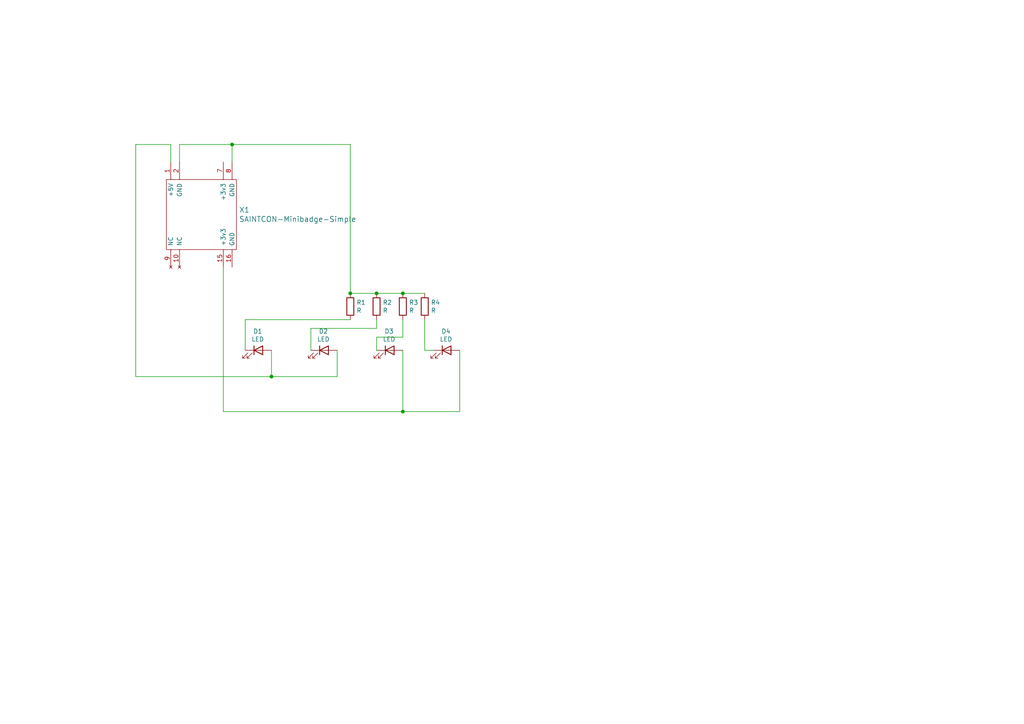
<source format=kicad_sch>
(kicad_sch (version 20211123) (generator eeschema)
  (paper "A4")
  (lib_symbols
    (symbol "2021DC435-rescue:SAINTCON-Minibadge-Simple-saintcon-minibadge" (pin_names (offset 1.016))
      (property "Reference" "X" (at 11.43 8.89 0))
      (property "Value" "SAINTCON-Minibadge-Simple-saintcon-minibadge" (at 11.43 6.35 0))
      (symbol "SAINTCON-Minibadge-Simple-saintcon-minibadge_0_1"
        (rectangle (start -10.16 10.16) (end 10.16 -10.16))
      )
      (symbol "SAINTCON-Minibadge-Simple-saintcon-minibadge_1_1"
        (pin power_in line (at -8.89 15.24 270) (length 5.08) (name "+5V") (number "1"))
        (pin no_connect line (at -6.35 -15.24 90) (length 5.08) (name "NC") (number "10"))
        (pin power_in line (at 6.35 -15.24 90) (length 5.08) (name "+3v3") (number "15"))
        (pin power_in line (at 8.89 -15.24 90) (length 5.08) (name "GND") (number "16"))
        (pin power_in line (at -6.35 15.24 270) (length 5.08) (name "GND") (number "2"))
        (pin power_in line (at 6.35 15.24 270) (length 5.08) (name "+3v3") (number "7"))
        (pin power_in line (at 8.89 15.24 270) (length 5.08) (name "GND") (number "8"))
        (pin no_connect line (at -8.89 -15.24 90) (length 5.08) (name "NC") (number "9"))
      )
    )
    (symbol "Device:LED" (pin_numbers hide) (pin_names (offset 1.016) hide)
      (property "Reference" "D" (at 0 2.54 0))
      (property "Value" "LED" (at 0 -2.54 0))
      (symbol "LED_0_1"
        (polyline (pts (xy -1.27 -1.27) (xy -1.27 1.27)) (stroke (width 0.254)))
        (polyline (pts (xy -1.27 0) (xy 1.27 0)))
        (polyline (pts (xy 1.27 -1.27) (xy 1.27 1.27) (xy -1.27 0) (xy 1.27 -1.27)) (stroke (width 0.254)))
        (polyline (pts (xy -3.048 -0.762) (xy -4.572 -2.286) (xy -3.81 -2.286) (xy -4.572 -2.286) (xy -4.572 -1.524)))
        (polyline (pts (xy -1.778 -0.762) (xy -3.302 -2.286) (xy -2.54 -2.286) (xy -3.302 -2.286) (xy -3.302 -1.524)))
      )
      (symbol "LED_1_1"
        (pin passive line (at -3.81 0 0) (length 2.54) (name "K") (number "1"))
        (pin passive line (at 3.81 0 180) (length 2.54) (name "A") (number "2"))
      )
    )
    (symbol "Device:R" (pin_numbers hide) (pin_names (offset 0))
      (property "Reference" "R" (at 2.032 0 90))
      (property "Value" "R" (at 0 0 90))
      (symbol "R_0_1"
        (rectangle (start -1.016 -2.54) (end 1.016 2.54) (stroke (width 0.254)))
      )
      (symbol "R_1_1"
        (pin passive line (at 0 3.81 270) (length 1.27) (name "~") (number "1"))
        (pin passive line (at 0 -3.81 90) (length 1.27) (name "~") (number "2"))
      )
    )
  )
  (junction (at 116.84 119.38))
  (junction (at 116.84 85.09))
  (junction (at 67.31 41.91))
  (junction (at 78.74 109.22))
  (junction (at 109.22 85.09))
  (junction (at 101.6 85.09))
  (wire (pts (xy 78.74 109.22) (xy 78.74 101.6)))
  (wire (pts (xy 90.17 95.25) (xy 90.17 101.6)))
  (wire (pts (xy 116.84 119.38) (xy 133.35 119.38)))
  (wire (pts (xy 97.79 109.22) (xy 97.79 101.6)))
  (wire (pts (xy 109.22 92.71) (xy 109.22 95.25)))
  (wire (pts (xy 49.53 41.91) (xy 49.53 46.99)))
  (wire (pts (xy 39.37 41.91) (xy 49.53 41.91)))
  (wire (pts (xy 116.84 97.79) (xy 109.22 97.79)))
  (wire (pts (xy 52.07 41.91) (xy 67.31 41.91)))
  (wire (pts (xy 123.19 101.6) (xy 125.73 101.6)))
  (wire (pts (xy 78.74 109.22) (xy 97.79 109.22)))
  (wire (pts (xy 101.6 85.09) (xy 109.22 85.09)))
  (wire (pts (xy 109.22 97.79) (xy 109.22 101.6)))
  (wire (pts (xy 123.19 92.71) (xy 123.19 101.6)))
  (wire (pts (xy 101.6 92.71) (xy 71.12 92.71)))
  (wire (pts (xy 116.84 119.38) (xy 116.84 101.6)))
  (wire (pts (xy 133.35 119.38) (xy 133.35 101.6)))
  (wire (pts (xy 64.77 77.47) (xy 64.77 119.38)))
  (wire (pts (xy 109.22 85.09) (xy 116.84 85.09)))
  (wire (pts (xy 52.07 46.99) (xy 52.07 41.91)))
  (wire (pts (xy 67.31 46.99) (xy 67.31 41.91)))
  (wire (pts (xy 67.31 41.91) (xy 101.6 41.91)))
  (wire (pts (xy 116.84 92.71) (xy 116.84 97.79)))
  (wire (pts (xy 101.6 41.91) (xy 101.6 85.09)))
  (wire (pts (xy 39.37 109.22) (xy 78.74 109.22)))
  (wire (pts (xy 39.37 41.91) (xy 39.37 109.22)))
  (wire (pts (xy 71.12 92.71) (xy 71.12 101.6)))
  (wire (pts (xy 64.77 119.38) (xy 116.84 119.38)))
  (wire (pts (xy 109.22 95.25) (xy 90.17 95.25)))
  (wire (pts (xy 116.84 85.09) (xy 123.19 85.09)))
  (symbol (lib_id "2021DC435-rescue:SAINTCON-Minibadge-Simple-saintcon-minibadge") (at 58.42 62.23 0) (unit 1)
    (property "Reference" "X1" (at 69.2912 60.8838 0) (effects (font (size 1.524 1.524)) (justify left)))
    (property "Value" "SAINTCON-Minibadge-Simple" (at 69.2912 63.5762 0) (effects (font (size 1.524 1.524)) (justify left)))
    (property "Footprint" "minibadge_kicad:SAINTCON-Minibadge-Doublewide" (effects hide))
  )
  (symbol (lib_id "Device:LED") (at 74.93 101.6 0) (unit 1)
    (property "Reference" "D1" (at 74.7522 96.0882 0))
    (property "Value" "LED" (at 74.7522 98.3996 0))
    (property "Footprint" "LED_SMD:LED_1206_3216Metric_Pad1.42x1.75mm_HandSolder" (effects hide))
  )
  (symbol (lib_id "Device:R") (at 101.6 88.9 0) (unit 1)
    (property "Reference" "R1" (at 103.378 87.7316 0) (effects (justify left)))
    (property "Value" "R" (at 103.378 90.043 0) (effects (justify left)))
    (property "Footprint" "Resistor_SMD:R_1206_3216Metric_Pad1.30x1.75mm_HandSolder" (effects hide))
  )
  (symbol (lib_id "Device:R") (at 109.22 88.9 0) (unit 1)
    (property "Reference" "R2" (at 110.998 87.7316 0) (effects (justify left)))
    (property "Value" "R" (at 110.998 90.043 0) (effects (justify left)))
    (property "Footprint" "Resistor_SMD:R_1206_3216Metric_Pad1.30x1.75mm_HandSolder" (effects hide))
  )
  (symbol (lib_id "Device:R") (at 116.84 88.9 0) (unit 1)
    (property "Reference" "R3" (at 118.618 87.7316 0) (effects (justify left)))
    (property "Value" "R" (at 118.618 90.043 0) (effects (justify left)))
    (property "Footprint" "Resistor_SMD:R_1206_3216Metric_Pad1.30x1.75mm_HandSolder" (effects hide))
  )
  (symbol (lib_id "Device:R") (at 123.19 88.9 0) (unit 1)
    (property "Reference" "R4" (at 124.968 87.7316 0) (effects (justify left)))
    (property "Value" "R" (at 124.968 90.043 0) (effects (justify left)))
    (property "Footprint" "Resistor_SMD:R_1206_3216Metric_Pad1.30x1.75mm_HandSolder" (effects hide))
  )
  (symbol (lib_id "Device:LED") (at 93.98 101.6 0) (unit 1)
    (property "Reference" "D2" (at 93.8022 96.0882 0))
    (property "Value" "LED" (at 93.8022 98.3996 0))
    (property "Footprint" "LED_SMD:LED_1206_3216Metric_Pad1.42x1.75mm_HandSolder" (effects hide))
  )
  (symbol (lib_id "Device:LED") (at 113.03 101.6 0) (unit 1)
    (property "Reference" "D3" (at 112.8522 96.0882 0))
    (property "Value" "LED" (at 112.8522 98.3996 0))
    (property "Footprint" "LED_SMD:LED_1206_3216Metric_Pad1.42x1.75mm_HandSolder" (effects hide))
  )
  (symbol (lib_id "Device:LED") (at 129.54 101.6 0) (unit 1)
    (property "Reference" "D4" (at 129.3622 96.0882 0))
    (property "Value" "LED" (at 129.3622 98.3996 0))
    (property "Footprint" "LED_SMD:LED_1206_3216Metric_Pad1.42x1.75mm_HandSolder" (effects hide))
  )
)
</source>
